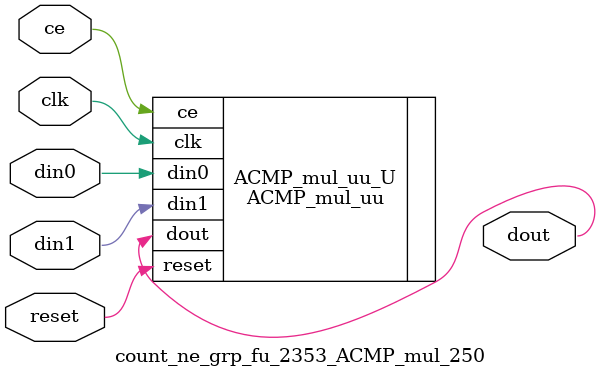
<source format=v>

`timescale 1 ns / 1 ps
module count_ne_grp_fu_2353_ACMP_mul_250(
    clk,
    reset,
    ce,
    din0,
    din1,
    dout);

parameter ID = 32'd1;
parameter NUM_STAGE = 32'd1;
parameter din0_WIDTH = 32'd1;
parameter din1_WIDTH = 32'd1;
parameter dout_WIDTH = 32'd1;
input clk;
input reset;
input ce;
input[din0_WIDTH - 1:0] din0;
input[din1_WIDTH - 1:0] din1;
output[dout_WIDTH - 1:0] dout;



ACMP_mul_uu #(
.ID( ID ),
.NUM_STAGE( 3 ),
.din0_WIDTH( din0_WIDTH ),
.din1_WIDTH( din1_WIDTH ),
.dout_WIDTH( dout_WIDTH ))
ACMP_mul_uu_U(
    .clk( clk ),
    .reset( reset ),
    .ce( ce ),
    .din0( din0 ),
    .din1( din1 ),
    .dout( dout ));

endmodule

</source>
